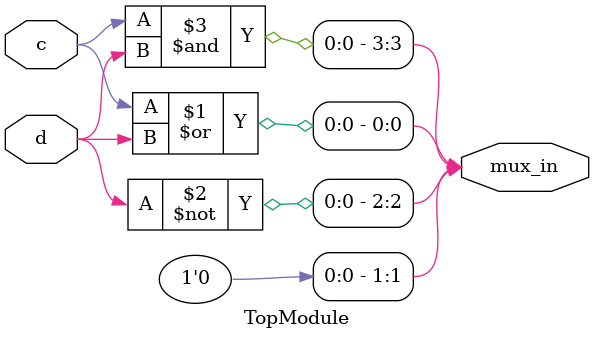
<source format=v>
module TopModule(
    input c,
    input d,
    output [3:0] mux_in
);
    // mux_in[0] corresponds to ab=00
    // From K-map column ab=00: output is 1 when cd=01, 11, or 10
    // Simplified: c OR d
    assign mux_in[0] = c | d;
    
    // mux_in[1] corresponds to ab=01
    // From K-map column ab=01: output is always 0
    assign mux_in[1] = 1'b0;
    
    // mux_in[2] corresponds to ab=10
    // From K-map column ab=10: output is 1 when cd=00, 11, or 10
    // Simplified: NOT d
    assign mux_in[2] = ~d;
    
    // mux_in[3] corresponds to ab=11
    // From K-map column ab=11: output is 1 only when cd=11
    // Simplified: c AND d
    assign mux_in[3] = c & d;

endmodule

</source>
